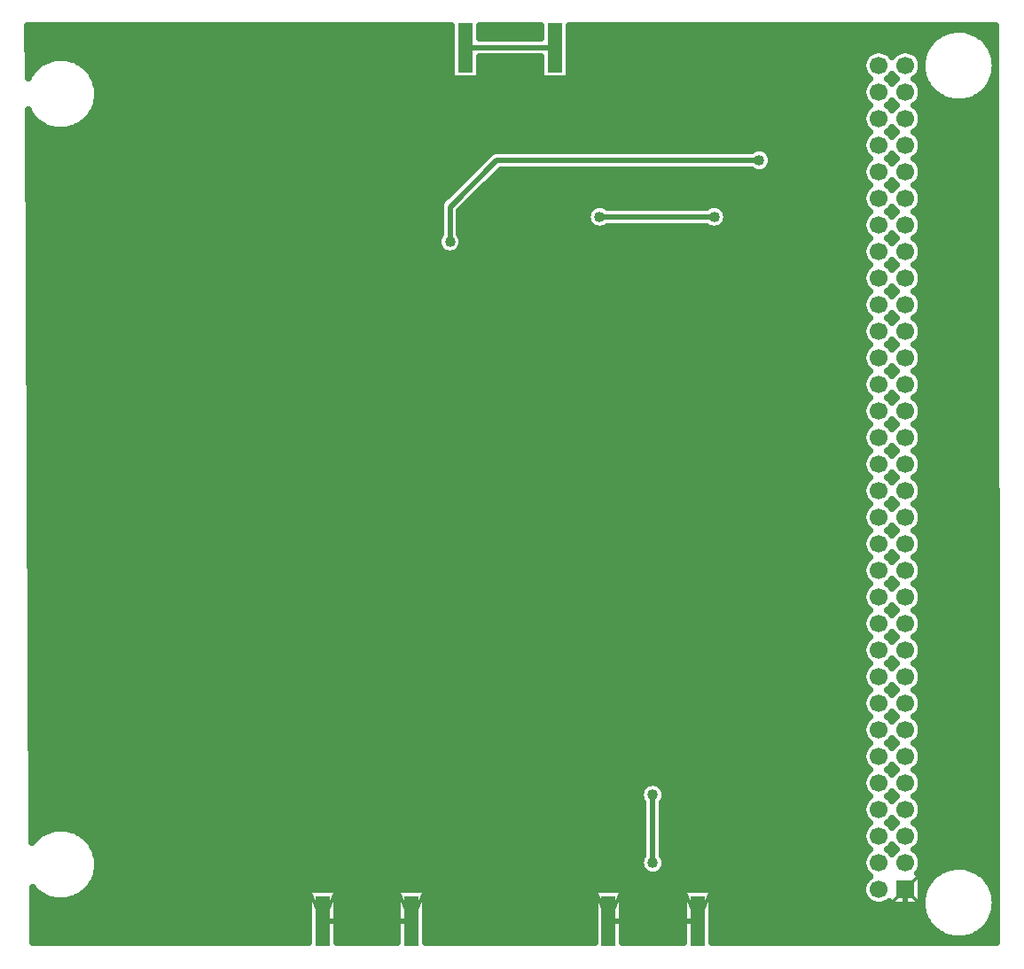
<source format=gbr>
G04 DipTrace 3.3.1.3*
G04 Bottom.gbr*
%MOIN*%
G04 #@! TF.FileFunction,Copper,L2,Bot*
G04 #@! TF.Part,Single*
G04 #@! TA.AperFunction,Conductor*
%ADD12C,0.02*%
G04 #@! TA.AperFunction,CopperBalancing*
%ADD13C,0.025*%
%ADD14C,0.013*%
%ADD17R,0.05315X0.185827*%
G04 #@! TA.AperFunction,ComponentPad*
%ADD19R,0.066929X0.066929*%
%ADD20C,0.066929*%
G04 #@! TA.AperFunction,ViaPad*
%ADD23C,0.04*%
%FSLAX26Y26*%
G04*
G70*
G90*
G75*
G01*
G04 Bottom*
%LPD*%
X3051464Y3176259D2*
D12*
X2620214D1*
X2654318Y526259D2*
X2988964D1*
X1579318D2*
X1913964D1*
X2607763Y2763759D2*
X2588964D1*
X2538964Y2813759D1*
Y3257508D1*
X2545213Y3251259D1*
X3770214Y645010D2*
Y588759D1*
X3695214Y513759D1*
X3445214D1*
X3326464Y632510D1*
Y2507508D1*
X3207713Y2626259D1*
X2738964D1*
X2607763Y2757460D1*
Y2763759D1*
X3220214Y3388759D2*
X2232714D1*
X2057714Y3213759D1*
Y3082510D1*
X2451464Y3813759D2*
X2121315D1*
X2116818D1*
X2820214Y745008D2*
Y1001259D1*
D23*
X3051464Y3176259D3*
X2620214D3*
X2654318Y526259D3*
X2988964D3*
X1579318D3*
X1913964D3*
X2607763Y2763759D3*
X2545213Y3251259D3*
X2607763Y2763759D3*
X3220214Y3388759D3*
X2057714Y3082510D3*
X2451464Y3813759D3*
X2121315D3*
X2820214Y745008D3*
Y1001259D3*
X472910Y3870140D2*
D13*
X2061241D1*
X2172385D2*
X2395896D1*
X2507041D2*
X3910388D1*
X4030039D2*
X4105275D1*
X473054Y3845271D2*
X2061241D1*
X2507041D2*
X3873427D1*
X4066999D2*
X4105312D1*
X473197Y3820402D2*
X2061241D1*
X2507041D2*
X3852579D1*
X4087847D2*
X4105382D1*
X473305Y3795533D2*
X2061241D1*
X2507041D2*
X3635407D1*
X3704999D2*
X3735417D1*
X3805008D2*
X3839696D1*
X473449Y3770665D2*
X553423D1*
X637008D2*
X2061241D1*
X2172385D2*
X2395896D1*
X2507041D2*
X3613519D1*
X473592Y3745796D2*
X506199D1*
X684233D2*
X2061241D1*
X2172385D2*
X2395896D1*
X2507041D2*
X3607741D1*
X473735Y3720927D2*
X482325D1*
X708132D2*
X2061241D1*
X2172385D2*
X2395896D1*
X2507041D2*
X3612801D1*
X722844Y3696058D2*
X2061241D1*
X2172385D2*
X2395896D1*
X2507041D2*
X3633075D1*
X3707331D2*
X3733085D1*
X3807340D2*
X3839086D1*
X731456Y3671190D2*
X3613770D1*
X3826646D2*
X3851539D1*
X4088888D2*
X4105634D1*
X735153Y3646321D2*
X3607777D1*
X3832675D2*
X3871776D1*
X4068650D2*
X4105670D1*
X734255Y3621452D2*
X3612586D1*
X3827867D2*
X3907087D1*
X4033339D2*
X4105742D1*
X728729Y3596583D2*
X3632357D1*
X3708086D2*
X3732367D1*
X3808095D2*
X4105777D1*
X717928Y3571714D2*
X3614020D1*
X3826396D2*
X4105813D1*
X474669Y3546846D2*
X490267D1*
X700165D2*
X3607777D1*
X3832640D2*
X4105850D1*
X474776Y3521977D2*
X519871D1*
X670561D2*
X3612334D1*
X3828082D2*
X4105920D1*
X474920Y3497108D2*
X3631640D1*
X3708802D2*
X3731649D1*
X3808776D2*
X4105957D1*
X475064Y3472239D2*
X3614272D1*
X3826144D2*
X4105993D1*
X475207Y3447371D2*
X3607813D1*
X3832640D2*
X4106028D1*
X475314Y3422502D2*
X2216296D1*
X3254725D2*
X3612119D1*
X3828297D2*
X4106100D1*
X475459Y3397633D2*
X2187481D1*
X3268360D2*
X3630959D1*
X3709485D2*
X3730968D1*
X3809459D2*
X4106137D1*
X475602Y3372764D2*
X2162613D1*
X3266386D2*
X3614558D1*
X3825857D2*
X4106172D1*
X475746Y3347896D2*
X2137745D1*
X2245983D2*
X3195540D1*
X3244892D2*
X3607813D1*
X3832603D2*
X4106208D1*
X475854Y3323027D2*
X2112877D1*
X2221116D2*
X3611939D1*
X3828512D2*
X4106280D1*
X475997Y3298158D2*
X2088010D1*
X2196249D2*
X3630276D1*
X3710130D2*
X3730285D1*
X3810140D2*
X4106315D1*
X476140Y3273289D2*
X2063142D1*
X2171381D2*
X3614846D1*
X3825606D2*
X4106352D1*
X476284Y3248420D2*
X2038275D1*
X2146477D2*
X3607848D1*
X3832567D2*
X4106388D1*
X476392Y3223552D2*
X2020045D1*
X2121609D2*
X3611724D1*
X3828692D2*
X4106460D1*
X476535Y3198683D2*
X2018717D1*
X2096742D2*
X2576968D1*
X3094717D2*
X3629630D1*
X3710776D2*
X3729640D1*
X3810785D2*
X4106495D1*
X476678Y3173814D2*
X2018717D1*
X2096705D2*
X2571262D1*
X3100386D2*
X3615133D1*
X3825319D2*
X4106531D1*
X476822Y3148945D2*
X2018717D1*
X2096705D2*
X2580090D1*
X3091595D2*
X3607885D1*
X3832567D2*
X4106567D1*
X476930Y3124077D2*
X2018717D1*
X2096705D2*
X3611508D1*
X3828907D2*
X4106638D1*
X477073Y3099208D2*
X2011827D1*
X2103595D2*
X3629020D1*
X3711422D2*
X3728994D1*
X3811432D2*
X4106675D1*
X477217Y3074339D2*
X2009423D1*
X2105999D2*
X3615420D1*
X3825032D2*
X4106710D1*
X477360Y3049470D2*
X2022485D1*
X2092938D2*
X3607920D1*
X3832495D2*
X4106746D1*
X477468Y3024602D2*
X3611330D1*
X3829087D2*
X4106818D1*
X477611Y2999733D2*
X3628410D1*
X3712032D2*
X3728384D1*
X3812041D2*
X4106854D1*
X477755Y2974864D2*
X3615707D1*
X3824709D2*
X4106890D1*
X477863Y2949995D2*
X3607956D1*
X3832460D2*
X4106926D1*
X478006Y2925127D2*
X3611150D1*
X3829302D2*
X4106998D1*
X478150Y2900258D2*
X3627800D1*
X3712642D2*
X3727809D1*
X3812616D2*
X4107033D1*
X478293Y2875389D2*
X3616031D1*
X3824422D2*
X4107069D1*
X478401Y2850520D2*
X3607993D1*
X3832424D2*
X4107106D1*
X478544Y2825651D2*
X3610970D1*
X3829481D2*
X4107141D1*
X478688Y2800783D2*
X3627226D1*
X3713217D2*
X3727235D1*
X3813190D2*
X4107213D1*
X478831Y2775914D2*
X3616317D1*
X3824099D2*
X4107249D1*
X478939Y2751045D2*
X3608064D1*
X3832388D2*
X4107285D1*
X479083Y2726176D2*
X3610791D1*
X3829661D2*
X4107321D1*
X479226Y2701308D2*
X3626651D1*
X3713791D2*
X3726661D1*
X3813764D2*
X4107393D1*
X479369Y2676439D2*
X3616640D1*
X3823776D2*
X4107428D1*
X479477Y2651570D2*
X3608100D1*
X3832317D2*
X4107464D1*
X479621Y2626701D2*
X3610612D1*
X3829805D2*
X4107501D1*
X479764Y2601833D2*
X3626113D1*
X3714329D2*
X3726087D1*
X3814338D2*
X4107571D1*
X479907Y2576964D2*
X3616964D1*
X3823453D2*
X4107608D1*
X480015Y2552095D2*
X3608171D1*
X3832245D2*
X4107644D1*
X480159Y2527226D2*
X3610432D1*
X3829983D2*
X4107679D1*
X480302Y2502357D2*
X3625575D1*
X3714867D2*
X3725549D1*
X3814877D2*
X4107751D1*
X480447Y2477489D2*
X3617322D1*
X3823130D2*
X4107787D1*
X480554Y2452620D2*
X3608243D1*
X3832209D2*
X4107823D1*
X480697Y2427751D2*
X3610289D1*
X3830128D2*
X4107859D1*
X480840Y2402882D2*
X3625037D1*
X3715406D2*
X3725046D1*
X3815378D2*
X4107931D1*
X480948Y2378014D2*
X3617645D1*
X3822771D2*
X4107966D1*
X481092Y2353145D2*
X3608315D1*
X3832137D2*
X4108002D1*
X481235Y2328276D2*
X3610145D1*
X3830306D2*
X4108039D1*
X481380Y2303407D2*
X3624535D1*
X3715907D2*
X3724553D1*
X3815917D2*
X4108109D1*
X481487Y2278539D2*
X3618003D1*
X3822413D2*
X4108146D1*
X481630Y2253670D2*
X3608386D1*
X3832065D2*
X4108182D1*
X481773Y2228801D2*
X3609965D1*
X3830451D2*
X4108217D1*
X481918Y2203932D2*
X3624032D1*
X3716410D2*
X3724061D1*
X3816384D2*
X4108289D1*
X482025Y2179064D2*
X3618363D1*
X3822053D2*
X4108325D1*
X482169Y2154195D2*
X3608459D1*
X3831957D2*
X4108361D1*
X482312Y2129326D2*
X3609822D1*
X3830594D2*
X4108397D1*
X482456Y2104457D2*
X3623529D1*
X3816886D2*
X4108469D1*
X482564Y2079588D2*
X3618721D1*
X3821695D2*
X4108504D1*
X482707Y2054720D2*
X3608531D1*
X3831885D2*
X4108541D1*
X482851Y2029851D2*
X3609714D1*
X3830737D2*
X4108577D1*
X482994Y2004982D2*
X3623064D1*
X3817352D2*
X4108649D1*
X483102Y1980113D2*
X3619116D1*
X3821335D2*
X4108684D1*
X483245Y1955245D2*
X3608638D1*
X3831814D2*
X4108720D1*
X483389Y1930376D2*
X3609571D1*
X3830881D2*
X4108756D1*
X483532Y1905507D2*
X3622596D1*
X3817819D2*
X4108827D1*
X483640Y1880638D2*
X3619476D1*
X3820941D2*
X4108864D1*
X483784Y1855770D2*
X3608709D1*
X3831707D2*
X4108899D1*
X483927Y1830901D2*
X3609427D1*
X3830989D2*
X4108935D1*
X484035Y1806032D2*
X3622130D1*
X3818285D2*
X4109007D1*
X484178Y1781163D2*
X3619869D1*
X3820546D2*
X4109043D1*
X484322Y1756294D2*
X3608817D1*
X3831599D2*
X4109079D1*
X484465Y1731426D2*
X3609319D1*
X3831132D2*
X4109115D1*
X484573Y1706557D2*
X3621700D1*
X3818716D2*
X4109187D1*
X484716Y1681688D2*
X3620264D1*
X3820151D2*
X4109222D1*
X484860Y1656819D2*
X3608926D1*
X3831491D2*
X4109258D1*
X485003Y1631951D2*
X3609176D1*
X3831239D2*
X4109294D1*
X485111Y1607082D2*
X3621270D1*
X3819146D2*
X4109365D1*
X485255Y1582213D2*
X3620695D1*
X3819756D2*
X4109402D1*
X485398Y1557344D2*
X3609033D1*
X3831384D2*
X4109438D1*
X485541Y1532476D2*
X3609069D1*
X3831347D2*
X4109473D1*
X485649Y1507607D2*
X3620839D1*
X3819578D2*
X4109545D1*
X485793Y1482738D2*
X3621090D1*
X3819326D2*
X4109582D1*
X485936Y1457869D2*
X3609141D1*
X3831276D2*
X4109617D1*
X486081Y1433001D2*
X3608961D1*
X3831455D2*
X4109653D1*
X486188Y1408132D2*
X3620444D1*
X3820008D2*
X4109725D1*
X486331Y1383263D2*
X3621520D1*
X3818896D2*
X4109760D1*
X486474Y1358394D2*
X3609249D1*
X3831169D2*
X4109797D1*
X486619Y1333525D2*
X3608854D1*
X3831562D2*
X4109833D1*
X486726Y1308657D2*
X3620014D1*
X3820402D2*
X4109905D1*
X486869Y1283788D2*
X3621987D1*
X3818465D2*
X4109940D1*
X487012Y1258919D2*
X3609392D1*
X3831061D2*
X4109976D1*
X487121Y1234050D2*
X3608746D1*
X3831670D2*
X4110012D1*
X487264Y1209182D2*
X3619619D1*
X3820797D2*
X4110083D1*
X487407Y1184313D2*
X3622418D1*
X3817998D2*
X4110120D1*
X487552Y1159444D2*
X3609499D1*
X3830917D2*
X4110155D1*
X487659Y1134575D2*
X3608674D1*
X3831777D2*
X4110191D1*
X487802Y1109707D2*
X3619260D1*
X3821192D2*
X4110263D1*
X487945Y1084838D2*
X3622884D1*
X3817532D2*
X4110298D1*
X488090Y1059969D2*
X3609642D1*
X3830773D2*
X4110335D1*
X488197Y1035100D2*
X2785814D1*
X2854616D2*
X3608566D1*
X3831850D2*
X4110371D1*
X488340Y1010231D2*
X2772070D1*
X2868323D2*
X3618865D1*
X3821550D2*
X4110406D1*
X488485Y985363D2*
X2774007D1*
X2866422D2*
X3623351D1*
X3817065D2*
X4110478D1*
X488628Y960494D2*
X2781221D1*
X2859209D2*
X3609787D1*
X3830629D2*
X4110514D1*
X488735Y935625D2*
X2781221D1*
X2859209D2*
X3608494D1*
X3831957D2*
X4110550D1*
X488878Y910756D2*
X2781221D1*
X2859209D2*
X3618506D1*
X3821945D2*
X4110586D1*
X489023Y885888D2*
X2781221D1*
X2859209D2*
X3623854D1*
X3816599D2*
X4110658D1*
X489166Y861019D2*
X529524D1*
X660907D2*
X2781221D1*
X2859209D2*
X3609930D1*
X3830486D2*
X4110693D1*
X694962Y836150D2*
X2781221D1*
X2859209D2*
X3608423D1*
X3832029D2*
X4110730D1*
X714699Y811281D2*
X2781221D1*
X2859209D2*
X3618148D1*
X3822305D2*
X4110766D1*
X726827Y786413D2*
X2781221D1*
X2859209D2*
X3624355D1*
X3716087D2*
X3724318D1*
X3816096D2*
X4110838D1*
X733430Y761544D2*
X2774259D1*
X2866170D2*
X3610074D1*
X3830343D2*
X4110873D1*
X735331Y736675D2*
X2771962D1*
X2868466D2*
X3608315D1*
X3832102D2*
X4110909D1*
X732676Y711806D2*
X2785167D1*
X2855262D2*
X3617788D1*
X3822663D2*
X3894922D1*
X4045504D2*
X4110945D1*
X725212Y686938D2*
X3624857D1*
X3832675D2*
X3865281D1*
X4075145D2*
X4111016D1*
X712007Y662069D2*
X3610217D1*
X3832675D2*
X3847519D1*
X4092907D2*
X4111053D1*
X490350Y637200D2*
X499812D1*
X690620D2*
X1523731D1*
X1634876D2*
X1858386D1*
X1969532D2*
X2598750D1*
X2709894D2*
X2933405D1*
X3044550D2*
X3608243D1*
X490494Y612331D2*
X538315D1*
X652116D2*
X1523731D1*
X1634876D2*
X1858386D1*
X1969532D2*
X2598750D1*
X2709894D2*
X2933405D1*
X3044550D2*
X3617430D1*
X490637Y587462D2*
X1523731D1*
X1634876D2*
X1858386D1*
X1969532D2*
X2598750D1*
X2709894D2*
X2933405D1*
X3044550D2*
X3650873D1*
X3689569D2*
X3707750D1*
X490745Y562594D2*
X1523731D1*
X1634876D2*
X1858386D1*
X1969532D2*
X2598750D1*
X2709894D2*
X2933405D1*
X3044550D2*
X3833955D1*
X490889Y537725D2*
X1523731D1*
X1634876D2*
X1858386D1*
X1969532D2*
X2598750D1*
X2709894D2*
X2933405D1*
X3044550D2*
X3842567D1*
X4097859D2*
X4111268D1*
X491032Y512856D2*
X1523731D1*
X1634876D2*
X1858386D1*
X1969532D2*
X2598750D1*
X2709894D2*
X2933405D1*
X3044550D2*
X3857280D1*
X4083146D2*
X4111304D1*
X491175Y487987D2*
X1523731D1*
X1634876D2*
X1858386D1*
X1969532D2*
X2598750D1*
X2709894D2*
X2933405D1*
X3044550D2*
X3881179D1*
X4059247D2*
X4111376D1*
X491283Y463119D2*
X1523731D1*
X1634876D2*
X1858386D1*
X1969532D2*
X2598750D1*
X2709894D2*
X2933405D1*
X3044550D2*
X3928367D1*
X4012060D2*
X4111411D1*
X732539Y3629579D2*
X731621Y3620441D1*
X730096Y3611384D1*
X727969Y3602448D1*
X725252Y3593675D1*
X721956Y3585103D1*
X718095Y3576768D1*
X713687Y3568710D1*
X708751Y3560965D1*
X703309Y3553566D1*
X697386Y3546546D1*
X691008Y3539938D1*
X684204Y3533768D1*
X677003Y3528066D1*
X669439Y3522857D1*
X661544Y3518166D1*
X653352Y3514010D1*
X644902Y3510410D1*
X636231Y3507382D1*
X627378Y3504939D1*
X618381Y3503091D1*
X609281Y3501848D1*
X600117Y3501216D1*
X590934Y3501195D1*
X581768Y3501787D1*
X572662Y3502989D1*
X563657Y3504794D1*
X554792Y3507197D1*
X546107Y3510187D1*
X537641Y3513749D1*
X529432Y3517867D1*
X521515Y3522523D1*
X513927Y3527697D1*
X506700Y3533367D1*
X499868Y3539504D1*
X493461Y3546085D1*
X487506Y3553078D1*
X482031Y3560452D1*
X477061Y3568176D1*
X471991Y3577545D1*
X486852Y823627D1*
X492627Y830508D1*
X498974Y837146D1*
X505750Y843347D1*
X512926Y849081D1*
X520466Y854323D1*
X528340Y859052D1*
X536512Y863243D1*
X544945Y866882D1*
X553603Y869949D1*
X562445Y872432D1*
X571435Y874321D1*
X580529Y875604D1*
X589688Y876279D1*
X598873Y876342D1*
X608041Y875792D1*
X617153Y874630D1*
X626166Y872865D1*
X635041Y870502D1*
X643739Y867552D1*
X652221Y864029D1*
X660449Y859948D1*
X668386Y855327D1*
X675999Y850187D1*
X683251Y844552D1*
X690111Y838444D1*
X696548Y831893D1*
X702535Y824927D1*
X708043Y817577D1*
X713048Y809876D1*
X717528Y801859D1*
X721465Y793561D1*
X724839Y785018D1*
X727636Y776270D1*
X729843Y767354D1*
X731449Y758310D1*
X732451Y749180D1*
X732846Y738759D1*
X732539Y729579D1*
X731621Y720441D1*
X730096Y711384D1*
X727969Y702448D1*
X725252Y693675D1*
X721956Y685103D1*
X718095Y676768D1*
X713687Y668710D1*
X708751Y660965D1*
X703309Y653566D1*
X697386Y646546D1*
X691008Y639938D1*
X684204Y633768D1*
X677003Y628066D1*
X669439Y622857D1*
X661544Y618166D1*
X653352Y614010D1*
X644902Y610410D1*
X636231Y607382D1*
X627378Y604939D1*
X618381Y603091D1*
X609281Y601848D1*
X600117Y601216D1*
X590934Y601195D1*
X581768Y601787D1*
X572662Y602989D1*
X563657Y604794D1*
X554792Y607197D1*
X546107Y610187D1*
X537641Y613749D1*
X529432Y617867D1*
X521515Y622523D1*
X513927Y627697D1*
X506700Y633367D1*
X499868Y639504D1*
X493461Y646085D1*
X487762Y652777D1*
X488896Y444982D1*
X1526254Y445010D1*
X1526243Y645672D1*
X1632393D1*
Y445015D1*
X1860910Y445010D1*
X1860889Y645672D1*
X1967039D1*
Y445015D1*
X2601272Y445010D1*
X2601243Y645672D1*
X2707393D1*
Y445015D1*
X2935857Y445010D1*
X2935889Y645672D1*
X3042039D1*
Y445015D1*
X4113935Y445010D1*
X4107735Y3894982D1*
X2504528Y3895008D1*
X2504539Y3694346D1*
X2398389D1*
Y3777273D1*
X2169881Y3777259D1*
X2169893Y3694346D1*
X2063743D1*
Y3894974D1*
X470252Y3895008D1*
X471339Y3698768D1*
X476427Y3708271D1*
X481327Y3716039D1*
X486735Y3723462D1*
X492627Y3730508D1*
X498974Y3737146D1*
X505750Y3743347D1*
X512926Y3749081D1*
X520466Y3754323D1*
X528340Y3759052D1*
X536512Y3763243D1*
X544945Y3766882D1*
X553603Y3769949D1*
X562445Y3772432D1*
X571435Y3774321D1*
X580529Y3775604D1*
X589688Y3776279D1*
X598873Y3776342D1*
X608041Y3775792D1*
X617153Y3774630D1*
X626166Y3772865D1*
X635041Y3770502D1*
X643739Y3767552D1*
X652221Y3764029D1*
X660449Y3759948D1*
X668386Y3755327D1*
X675999Y3750187D1*
X683251Y3744552D1*
X690111Y3738444D1*
X696548Y3731893D1*
X702535Y3724927D1*
X708043Y3717577D1*
X713048Y3709876D1*
X717528Y3701859D1*
X721465Y3693561D1*
X724839Y3685018D1*
X727636Y3676270D1*
X729843Y3667354D1*
X731449Y3658310D1*
X732451Y3649180D1*
X732846Y3638759D1*
X732539Y3629579D1*
X4107539Y585829D2*
X4106621Y576691D1*
X4105096Y567633D1*
X4102969Y558697D1*
X4100252Y549924D1*
X4096956Y541352D1*
X4093095Y533018D1*
X4088687Y524960D1*
X4083751Y517214D1*
X4078309Y509815D1*
X4072386Y502796D1*
X4066008Y496187D1*
X4059204Y490018D1*
X4052003Y484315D1*
X4044439Y479107D1*
X4036544Y474415D1*
X4028352Y470259D1*
X4019902Y466659D1*
X4011231Y463632D1*
X4002378Y461188D1*
X3993381Y459340D1*
X3984281Y458098D1*
X3975117Y457465D1*
X3965934Y457444D1*
X3956768Y458036D1*
X3947662Y459238D1*
X3938657Y461044D1*
X3929792Y463447D1*
X3921107Y466436D1*
X3912641Y469998D1*
X3904432Y474116D1*
X3896515Y478772D1*
X3888927Y483947D1*
X3881700Y489616D1*
X3874868Y495754D1*
X3868461Y502334D1*
X3862506Y509327D1*
X3857031Y516701D1*
X3852061Y524426D1*
X3847616Y532462D1*
X3843717Y540779D1*
X3840382Y549336D1*
X3837625Y558098D1*
X3835459Y567023D1*
X3833892Y576073D1*
X3832932Y585208D1*
X3832585Y594385D1*
X3832850Y603566D1*
X3833726Y612709D1*
X3835210Y621773D1*
X3837296Y630718D1*
X3839974Y639503D1*
X3843231Y648091D1*
X3847054Y656441D1*
X3851427Y664520D1*
X3856327Y672288D1*
X3861735Y679712D1*
X3867627Y686758D1*
X3873974Y693396D1*
X3880750Y699596D1*
X3887926Y705330D1*
X3895466Y710573D1*
X3903340Y715301D1*
X3911512Y719493D1*
X3919945Y723132D1*
X3928603Y726199D1*
X3937445Y728682D1*
X3946435Y730570D1*
X3955529Y731854D1*
X3964688Y732528D1*
X3973873Y732591D1*
X3983041Y732041D1*
X3992153Y730880D1*
X4001166Y729115D1*
X4010041Y726751D1*
X4018739Y723801D1*
X4027221Y720279D1*
X4035449Y716197D1*
X4043386Y711577D1*
X4050999Y706436D1*
X4058251Y700801D1*
X4065111Y694693D1*
X4071548Y688142D1*
X4077535Y681176D1*
X4083043Y673826D1*
X4088048Y666125D1*
X4092528Y658108D1*
X4096465Y649810D1*
X4099839Y641267D1*
X4102636Y632519D1*
X4104843Y623603D1*
X4106449Y614560D1*
X4107451Y605430D1*
X4107846Y595008D1*
X4107539Y585829D1*
Y3735830D2*
X4106621Y3726692D1*
X4105096Y3717634D1*
X4102969Y3708699D1*
X4100252Y3699926D1*
X4096956Y3691354D1*
X4093095Y3683019D1*
X4088687Y3674961D1*
X4083751Y3667216D1*
X4078309Y3659817D1*
X4072386Y3652797D1*
X4066008Y3646188D1*
X4059204Y3640019D1*
X4052003Y3634317D1*
X4044439Y3629108D1*
X4036544Y3624417D1*
X4028352Y3620260D1*
X4019902Y3616661D1*
X4011231Y3613633D1*
X4002378Y3611190D1*
X3993381Y3609342D1*
X3984281Y3608099D1*
X3975117Y3607466D1*
X3965934Y3607445D1*
X3956768Y3608037D1*
X3947662Y3609239D1*
X3938657Y3611045D1*
X3929792Y3613448D1*
X3921107Y3616438D1*
X3912641Y3619999D1*
X3904432Y3624117D1*
X3896515Y3628773D1*
X3888927Y3633948D1*
X3881700Y3639617D1*
X3874868Y3645755D1*
X3868461Y3652335D1*
X3862506Y3659329D1*
X3857031Y3666703D1*
X3852061Y3674427D1*
X3847616Y3682464D1*
X3843717Y3690780D1*
X3840382Y3699338D1*
X3837625Y3708099D1*
X3835459Y3717024D1*
X3833892Y3726074D1*
X3832932Y3735209D1*
X3832585Y3744386D1*
X3832850Y3753567D1*
X3833726Y3762710D1*
X3835210Y3771775D1*
X3837296Y3780720D1*
X3839974Y3789504D1*
X3843231Y3798092D1*
X3847054Y3806443D1*
X3851427Y3814522D1*
X3856327Y3822289D1*
X3861735Y3829713D1*
X3867627Y3836759D1*
X3873974Y3843397D1*
X3880750Y3849598D1*
X3887926Y3855331D1*
X3895466Y3860574D1*
X3903340Y3865302D1*
X3911512Y3869494D1*
X3919945Y3873133D1*
X3928603Y3876200D1*
X3937445Y3878683D1*
X3946435Y3880571D1*
X3955529Y3881855D1*
X3964688Y3882529D1*
X3973873Y3882592D1*
X3983041Y3882043D1*
X3992153Y3880881D1*
X4001166Y3879116D1*
X4010041Y3876752D1*
X4018739Y3873802D1*
X4027221Y3870280D1*
X4035449Y3866199D1*
X4043386Y3861578D1*
X4050999Y3856438D1*
X4058251Y3850802D1*
X4065111Y3844695D1*
X4071548Y3838144D1*
X4077535Y3831178D1*
X4083043Y3823827D1*
X4088048Y3816127D1*
X4092528Y3808109D1*
X4096465Y3799812D1*
X4099839Y3791268D1*
X4102636Y3782520D1*
X4104843Y3773604D1*
X4106449Y3764561D1*
X4107451Y3755431D1*
X4107846Y3745010D1*
X4107539Y3735830D1*
X2398389Y3850263D2*
Y3894974D1*
X2169872Y3895008D1*
X2169893Y3850245D1*
X2398377Y3850259D1*
X3814852Y704974D2*
X3830179D1*
Y585045D1*
X3710250D1*
Y600368D1*
X3705461Y596498D1*
X3697438Y591581D1*
X3688745Y587980D1*
X3679595Y585784D1*
X3670214Y585045D1*
X3660834Y585784D1*
X3651684Y587980D1*
X3642991Y591581D1*
X3634968Y596498D1*
X3627813Y602608D1*
X3621703Y609763D1*
X3616785Y617787D1*
X3613184Y626480D1*
X3610989Y635629D1*
X3610250Y645010D1*
X3610989Y654390D1*
X3613184Y663540D1*
X3616785Y672233D1*
X3621703Y680256D1*
X3627813Y687411D1*
X3634968Y693522D1*
X3637155Y694983D1*
X3631271Y699413D1*
X3624617Y706066D1*
X3619086Y713678D1*
X3614814Y722062D1*
X3611907Y731011D1*
X3610435Y740305D1*
Y749714D1*
X3611907Y759008D1*
X3614814Y767957D1*
X3619086Y776342D1*
X3624617Y783953D1*
X3631271Y790607D1*
X3637155Y794983D1*
X3631271Y799413D1*
X3624617Y806066D1*
X3619086Y813678D1*
X3614814Y822062D1*
X3611907Y831011D1*
X3610435Y840305D1*
Y849714D1*
X3611907Y859008D1*
X3614814Y867957D1*
X3619086Y876342D1*
X3624617Y883953D1*
X3631271Y890607D1*
X3637155Y894983D1*
X3631271Y899413D1*
X3624617Y906066D1*
X3619086Y913678D1*
X3614814Y922062D1*
X3611907Y931011D1*
X3610435Y940305D1*
Y949714D1*
X3611907Y959008D1*
X3614814Y967957D1*
X3619086Y976342D1*
X3624617Y983953D1*
X3631271Y990607D1*
X3637155Y994983D1*
X3631271Y999413D1*
X3624617Y1006066D1*
X3619086Y1013678D1*
X3614814Y1022062D1*
X3611907Y1031011D1*
X3610435Y1040305D1*
Y1049714D1*
X3611907Y1059008D1*
X3614814Y1067957D1*
X3619086Y1076342D1*
X3624617Y1083953D1*
X3631271Y1090607D1*
X3637155Y1094983D1*
X3631271Y1099413D1*
X3624617Y1106066D1*
X3619086Y1113678D1*
X3614814Y1122062D1*
X3611907Y1131011D1*
X3610435Y1140305D1*
Y1149714D1*
X3611907Y1159008D1*
X3614814Y1167957D1*
X3619086Y1176342D1*
X3624617Y1183953D1*
X3631271Y1190607D1*
X3637155Y1194983D1*
X3631271Y1199413D1*
X3624617Y1206066D1*
X3619086Y1213678D1*
X3614814Y1222062D1*
X3611907Y1231011D1*
X3610435Y1240305D1*
Y1249714D1*
X3611907Y1259008D1*
X3614814Y1267957D1*
X3619086Y1276342D1*
X3624617Y1283953D1*
X3631271Y1290607D1*
X3637155Y1294983D1*
X3631271Y1299413D1*
X3624617Y1306066D1*
X3619086Y1313678D1*
X3614814Y1322062D1*
X3611907Y1331011D1*
X3610435Y1340305D1*
Y1349714D1*
X3611907Y1359008D1*
X3614814Y1367957D1*
X3619086Y1376342D1*
X3624617Y1383953D1*
X3631271Y1390607D1*
X3637155Y1394983D1*
X3631271Y1399413D1*
X3624617Y1406066D1*
X3619086Y1413678D1*
X3614814Y1422062D1*
X3611907Y1431011D1*
X3610435Y1440305D1*
Y1449714D1*
X3611907Y1459008D1*
X3614814Y1467957D1*
X3619086Y1476342D1*
X3624617Y1483953D1*
X3631271Y1490607D1*
X3637155Y1494983D1*
X3631271Y1499413D1*
X3624617Y1506066D1*
X3619086Y1513678D1*
X3614814Y1522062D1*
X3611907Y1531011D1*
X3610435Y1540305D1*
Y1549714D1*
X3611907Y1559008D1*
X3614814Y1567957D1*
X3619086Y1576342D1*
X3624617Y1583953D1*
X3631271Y1590607D1*
X3637155Y1594983D1*
X3631271Y1599413D1*
X3624617Y1606066D1*
X3619086Y1613678D1*
X3614814Y1622062D1*
X3611907Y1631011D1*
X3610435Y1640305D1*
Y1649714D1*
X3611907Y1659008D1*
X3614814Y1667957D1*
X3619086Y1676342D1*
X3624617Y1683953D1*
X3631271Y1690607D1*
X3637155Y1694983D1*
X3631271Y1699413D1*
X3624617Y1706066D1*
X3619086Y1713678D1*
X3614814Y1722062D1*
X3611907Y1731011D1*
X3610435Y1740305D1*
Y1749714D1*
X3611907Y1759008D1*
X3614814Y1767957D1*
X3619086Y1776342D1*
X3624617Y1783953D1*
X3631271Y1790607D1*
X3637155Y1794983D1*
X3631271Y1799413D1*
X3624617Y1806066D1*
X3619086Y1813678D1*
X3614814Y1822062D1*
X3611907Y1831011D1*
X3610435Y1840305D1*
Y1849714D1*
X3611907Y1859008D1*
X3614814Y1867957D1*
X3619086Y1876342D1*
X3624617Y1883953D1*
X3631271Y1890607D1*
X3637155Y1894983D1*
X3631271Y1899413D1*
X3624617Y1906066D1*
X3619086Y1913678D1*
X3614814Y1922062D1*
X3611907Y1931011D1*
X3610435Y1940305D1*
Y1949714D1*
X3611907Y1959008D1*
X3614814Y1967957D1*
X3619086Y1976342D1*
X3624617Y1983953D1*
X3631271Y1990607D1*
X3637155Y1994983D1*
X3631271Y1999413D1*
X3624617Y2006066D1*
X3619086Y2013678D1*
X3614814Y2022062D1*
X3611907Y2031011D1*
X3610435Y2040305D1*
Y2049714D1*
X3611907Y2059008D1*
X3614814Y2067957D1*
X3619086Y2076342D1*
X3624617Y2083953D1*
X3631271Y2090607D1*
X3637155Y2094983D1*
X3631271Y2099413D1*
X3624617Y2106066D1*
X3619086Y2113678D1*
X3614814Y2122062D1*
X3611907Y2131011D1*
X3610435Y2140305D1*
Y2149714D1*
X3611907Y2159008D1*
X3614814Y2167957D1*
X3619086Y2176342D1*
X3624617Y2183953D1*
X3631271Y2190607D1*
X3637155Y2194983D1*
X3631271Y2199413D1*
X3624617Y2206066D1*
X3619086Y2213678D1*
X3614814Y2222062D1*
X3611907Y2231011D1*
X3610435Y2240305D1*
Y2249714D1*
X3611907Y2259008D1*
X3614814Y2267957D1*
X3619086Y2276342D1*
X3624617Y2283953D1*
X3631271Y2290607D1*
X3637155Y2294983D1*
X3631271Y2299413D1*
X3624617Y2306066D1*
X3619086Y2313678D1*
X3614814Y2322062D1*
X3611907Y2331011D1*
X3610435Y2340305D1*
Y2349714D1*
X3611907Y2359008D1*
X3614814Y2367957D1*
X3619086Y2376342D1*
X3624617Y2383953D1*
X3631271Y2390607D1*
X3637155Y2394983D1*
X3631271Y2399413D1*
X3624617Y2406066D1*
X3619086Y2413678D1*
X3614814Y2422062D1*
X3611907Y2431011D1*
X3610435Y2440305D1*
Y2449714D1*
X3611907Y2459008D1*
X3614814Y2467957D1*
X3619086Y2476342D1*
X3624617Y2483953D1*
X3631271Y2490607D1*
X3637155Y2494983D1*
X3631271Y2499413D1*
X3624617Y2506066D1*
X3619086Y2513678D1*
X3614814Y2522062D1*
X3611907Y2531011D1*
X3610435Y2540305D1*
Y2549714D1*
X3611907Y2559008D1*
X3614814Y2567957D1*
X3619086Y2576342D1*
X3624617Y2583953D1*
X3631271Y2590607D1*
X3637155Y2594983D1*
X3631271Y2599413D1*
X3624617Y2606066D1*
X3619086Y2613678D1*
X3614814Y2622062D1*
X3611907Y2631011D1*
X3610435Y2640305D1*
Y2649714D1*
X3611907Y2659008D1*
X3614814Y2667957D1*
X3619086Y2676342D1*
X3624617Y2683953D1*
X3631271Y2690607D1*
X3637155Y2694983D1*
X3631271Y2699413D1*
X3624617Y2706066D1*
X3619086Y2713678D1*
X3614814Y2722062D1*
X3611907Y2731011D1*
X3610435Y2740305D1*
Y2749714D1*
X3611907Y2759008D1*
X3614814Y2767957D1*
X3619086Y2776342D1*
X3624617Y2783953D1*
X3631271Y2790607D1*
X3637155Y2794983D1*
X3631271Y2799413D1*
X3624617Y2806066D1*
X3619086Y2813678D1*
X3614814Y2822062D1*
X3611907Y2831011D1*
X3610435Y2840305D1*
Y2849714D1*
X3611907Y2859008D1*
X3614814Y2867957D1*
X3619086Y2876342D1*
X3624617Y2883953D1*
X3631271Y2890607D1*
X3637155Y2894983D1*
X3631271Y2899413D1*
X3624617Y2906066D1*
X3619086Y2913678D1*
X3614814Y2922062D1*
X3611907Y2931011D1*
X3610435Y2940305D1*
Y2949714D1*
X3611907Y2959008D1*
X3614814Y2967957D1*
X3619086Y2976342D1*
X3624617Y2983953D1*
X3631271Y2990607D1*
X3637155Y2994983D1*
X3631271Y2999413D1*
X3624617Y3006066D1*
X3619086Y3013678D1*
X3614814Y3022062D1*
X3611907Y3031011D1*
X3610435Y3040305D1*
Y3049714D1*
X3611907Y3059008D1*
X3614814Y3067957D1*
X3619086Y3076342D1*
X3624617Y3083953D1*
X3631271Y3090607D1*
X3637155Y3094983D1*
X3631271Y3099413D1*
X3624617Y3106066D1*
X3619086Y3113678D1*
X3614814Y3122062D1*
X3611907Y3131011D1*
X3610435Y3140305D1*
Y3149714D1*
X3611907Y3159008D1*
X3614814Y3167957D1*
X3619086Y3176342D1*
X3624617Y3183953D1*
X3631271Y3190607D1*
X3637155Y3194983D1*
X3631271Y3199413D1*
X3624617Y3206066D1*
X3619086Y3213678D1*
X3614814Y3222062D1*
X3611907Y3231011D1*
X3610435Y3240305D1*
Y3249714D1*
X3611907Y3259008D1*
X3614814Y3267957D1*
X3619086Y3276342D1*
X3624617Y3283953D1*
X3631271Y3290607D1*
X3637155Y3294983D1*
X3631271Y3299413D1*
X3624617Y3306066D1*
X3619086Y3313678D1*
X3614814Y3322062D1*
X3611907Y3331011D1*
X3610435Y3340305D1*
Y3349714D1*
X3611907Y3359008D1*
X3614814Y3367957D1*
X3619086Y3376342D1*
X3624617Y3383953D1*
X3631271Y3390607D1*
X3637155Y3394983D1*
X3631271Y3399413D1*
X3624617Y3406066D1*
X3619086Y3413678D1*
X3614814Y3422062D1*
X3611907Y3431011D1*
X3610435Y3440305D1*
Y3449714D1*
X3611907Y3459008D1*
X3614814Y3467957D1*
X3619086Y3476342D1*
X3624617Y3483953D1*
X3631271Y3490607D1*
X3637155Y3494983D1*
X3631271Y3499413D1*
X3624617Y3506066D1*
X3619086Y3513678D1*
X3614814Y3522062D1*
X3611907Y3531011D1*
X3610435Y3540305D1*
Y3549714D1*
X3611907Y3559008D1*
X3614814Y3567957D1*
X3619086Y3576342D1*
X3624617Y3583953D1*
X3631271Y3590607D1*
X3637155Y3594983D1*
X3631271Y3599413D1*
X3624617Y3606066D1*
X3619086Y3613678D1*
X3614814Y3622062D1*
X3611907Y3631011D1*
X3610435Y3640305D1*
Y3649714D1*
X3611907Y3659008D1*
X3614814Y3667957D1*
X3619086Y3676342D1*
X3624617Y3683953D1*
X3631271Y3690607D1*
X3637155Y3694983D1*
X3631271Y3699413D1*
X3624617Y3706066D1*
X3619086Y3713678D1*
X3614814Y3722062D1*
X3611907Y3731011D1*
X3610435Y3740305D1*
Y3749714D1*
X3611907Y3759008D1*
X3614814Y3767957D1*
X3619086Y3776342D1*
X3624617Y3783953D1*
X3631271Y3790607D1*
X3638882Y3796138D1*
X3647267Y3800410D1*
X3656216Y3803317D1*
X3665510Y3804789D1*
X3674919D1*
X3684213Y3803317D1*
X3693162Y3800410D1*
X3701546Y3796138D1*
X3709158Y3790607D1*
X3715812Y3783953D1*
X3720188Y3778069D1*
X3724617Y3783953D1*
X3731271Y3790607D1*
X3738882Y3796138D1*
X3747267Y3800410D1*
X3756216Y3803317D1*
X3765510Y3804789D1*
X3774919D1*
X3784213Y3803317D1*
X3793162Y3800410D1*
X3801546Y3796138D1*
X3809158Y3790607D1*
X3815812Y3783953D1*
X3821343Y3776342D1*
X3825615Y3767957D1*
X3828522Y3759008D1*
X3829994Y3749714D1*
Y3740305D1*
X3828522Y3731011D1*
X3825615Y3722062D1*
X3821343Y3713678D1*
X3815812Y3706066D1*
X3809158Y3699413D1*
X3803273Y3695036D1*
X3809158Y3690607D1*
X3815812Y3683953D1*
X3821343Y3676342D1*
X3825615Y3667957D1*
X3828522Y3659008D1*
X3829994Y3649714D1*
Y3640305D1*
X3828522Y3631011D1*
X3825615Y3622062D1*
X3821343Y3613678D1*
X3815812Y3606066D1*
X3809158Y3599413D1*
X3803273Y3595036D1*
X3809158Y3590607D1*
X3815812Y3583953D1*
X3821343Y3576342D1*
X3825615Y3567957D1*
X3828522Y3559008D1*
X3829994Y3549714D1*
Y3540305D1*
X3828522Y3531011D1*
X3825615Y3522062D1*
X3821343Y3513678D1*
X3815812Y3506066D1*
X3809158Y3499413D1*
X3803273Y3495036D1*
X3809158Y3490607D1*
X3815812Y3483953D1*
X3821343Y3476342D1*
X3825615Y3467957D1*
X3828522Y3459008D1*
X3829994Y3449714D1*
Y3440305D1*
X3828522Y3431011D1*
X3825615Y3422062D1*
X3821343Y3413678D1*
X3815812Y3406066D1*
X3809158Y3399413D1*
X3803273Y3395036D1*
X3809158Y3390607D1*
X3815812Y3383953D1*
X3821343Y3376342D1*
X3825615Y3367957D1*
X3828522Y3359008D1*
X3829994Y3349714D1*
Y3340305D1*
X3828522Y3331011D1*
X3825615Y3322062D1*
X3821343Y3313678D1*
X3815812Y3306066D1*
X3809158Y3299413D1*
X3803273Y3295036D1*
X3809158Y3290607D1*
X3815812Y3283953D1*
X3821343Y3276342D1*
X3825615Y3267957D1*
X3828522Y3259008D1*
X3829994Y3249714D1*
Y3240305D1*
X3828522Y3231011D1*
X3825615Y3222062D1*
X3821343Y3213678D1*
X3815812Y3206066D1*
X3809158Y3199413D1*
X3803273Y3195036D1*
X3809158Y3190607D1*
X3815812Y3183953D1*
X3821343Y3176342D1*
X3825615Y3167957D1*
X3828522Y3159008D1*
X3829994Y3149714D1*
Y3140305D1*
X3828522Y3131011D1*
X3825615Y3122062D1*
X3821343Y3113678D1*
X3815812Y3106066D1*
X3809158Y3099413D1*
X3803273Y3095036D1*
X3809158Y3090607D1*
X3815812Y3083953D1*
X3821343Y3076342D1*
X3825615Y3067957D1*
X3828522Y3059008D1*
X3829994Y3049714D1*
Y3040305D1*
X3828522Y3031011D1*
X3825615Y3022062D1*
X3821343Y3013678D1*
X3815812Y3006066D1*
X3809158Y2999413D1*
X3803273Y2995036D1*
X3809158Y2990607D1*
X3815812Y2983953D1*
X3821343Y2976342D1*
X3825615Y2967957D1*
X3828522Y2959008D1*
X3829994Y2949714D1*
Y2940305D1*
X3828522Y2931011D1*
X3825615Y2922062D1*
X3821343Y2913678D1*
X3815812Y2906066D1*
X3809158Y2899413D1*
X3803273Y2895036D1*
X3809158Y2890607D1*
X3815812Y2883953D1*
X3821343Y2876342D1*
X3825615Y2867957D1*
X3828522Y2859008D1*
X3829994Y2849714D1*
Y2840305D1*
X3828522Y2831011D1*
X3825615Y2822062D1*
X3821343Y2813678D1*
X3815812Y2806066D1*
X3809158Y2799413D1*
X3803273Y2795036D1*
X3809158Y2790607D1*
X3815812Y2783953D1*
X3821343Y2776342D1*
X3825615Y2767957D1*
X3828522Y2759008D1*
X3829994Y2749714D1*
Y2740305D1*
X3828522Y2731011D1*
X3825615Y2722062D1*
X3821343Y2713678D1*
X3815812Y2706066D1*
X3809158Y2699413D1*
X3803273Y2695036D1*
X3809158Y2690607D1*
X3815812Y2683953D1*
X3821343Y2676342D1*
X3825615Y2667957D1*
X3828522Y2659008D1*
X3829994Y2649714D1*
Y2640305D1*
X3828522Y2631011D1*
X3825615Y2622062D1*
X3821343Y2613678D1*
X3815812Y2606066D1*
X3809158Y2599413D1*
X3803273Y2595036D1*
X3809158Y2590607D1*
X3815812Y2583953D1*
X3821343Y2576342D1*
X3825615Y2567957D1*
X3828522Y2559008D1*
X3829994Y2549714D1*
Y2540305D1*
X3828522Y2531011D1*
X3825615Y2522062D1*
X3821343Y2513678D1*
X3815812Y2506066D1*
X3809158Y2499413D1*
X3803273Y2495036D1*
X3809158Y2490607D1*
X3815812Y2483953D1*
X3821343Y2476342D1*
X3825615Y2467957D1*
X3828522Y2459008D1*
X3829994Y2449714D1*
Y2440305D1*
X3828522Y2431011D1*
X3825615Y2422062D1*
X3821343Y2413678D1*
X3815812Y2406066D1*
X3809158Y2399413D1*
X3803273Y2395036D1*
X3809158Y2390607D1*
X3815812Y2383953D1*
X3821343Y2376342D1*
X3825615Y2367957D1*
X3828522Y2359008D1*
X3829994Y2349714D1*
Y2340305D1*
X3828522Y2331011D1*
X3825615Y2322062D1*
X3821343Y2313678D1*
X3815812Y2306066D1*
X3809158Y2299413D1*
X3803273Y2295036D1*
X3809158Y2290607D1*
X3815812Y2283953D1*
X3821343Y2276342D1*
X3825615Y2267957D1*
X3828522Y2259008D1*
X3829994Y2249714D1*
Y2240305D1*
X3828522Y2231011D1*
X3825615Y2222062D1*
X3821343Y2213678D1*
X3815812Y2206066D1*
X3809158Y2199413D1*
X3803273Y2195036D1*
X3809158Y2190607D1*
X3815812Y2183953D1*
X3821343Y2176342D1*
X3825615Y2167957D1*
X3828522Y2159008D1*
X3829994Y2149714D1*
Y2140305D1*
X3828522Y2131011D1*
X3825615Y2122062D1*
X3821343Y2113678D1*
X3815812Y2106066D1*
X3809158Y2099413D1*
X3803273Y2095036D1*
X3809158Y2090607D1*
X3815812Y2083953D1*
X3821343Y2076342D1*
X3825615Y2067957D1*
X3828522Y2059008D1*
X3829994Y2049714D1*
Y2040305D1*
X3828522Y2031011D1*
X3825615Y2022062D1*
X3821343Y2013678D1*
X3815812Y2006066D1*
X3809158Y1999413D1*
X3803273Y1995036D1*
X3809158Y1990607D1*
X3815812Y1983953D1*
X3821343Y1976342D1*
X3825615Y1967957D1*
X3828522Y1959008D1*
X3829994Y1949714D1*
Y1940305D1*
X3828522Y1931011D1*
X3825615Y1922062D1*
X3821343Y1913678D1*
X3815812Y1906066D1*
X3809158Y1899413D1*
X3803273Y1895036D1*
X3809158Y1890607D1*
X3815812Y1883953D1*
X3821343Y1876342D1*
X3825615Y1867957D1*
X3828522Y1859008D1*
X3829994Y1849714D1*
Y1840305D1*
X3828522Y1831011D1*
X3825615Y1822062D1*
X3821343Y1813678D1*
X3815812Y1806066D1*
X3809158Y1799413D1*
X3803273Y1795036D1*
X3809158Y1790607D1*
X3815812Y1783953D1*
X3821343Y1776342D1*
X3825615Y1767957D1*
X3828522Y1759008D1*
X3829994Y1749714D1*
Y1740305D1*
X3828522Y1731011D1*
X3825615Y1722062D1*
X3821343Y1713678D1*
X3815812Y1706066D1*
X3809158Y1699413D1*
X3803273Y1695036D1*
X3809158Y1690607D1*
X3815812Y1683953D1*
X3821343Y1676342D1*
X3825615Y1667957D1*
X3828522Y1659008D1*
X3829994Y1649714D1*
Y1640305D1*
X3828522Y1631011D1*
X3825615Y1622062D1*
X3821343Y1613678D1*
X3815812Y1606066D1*
X3809158Y1599413D1*
X3803273Y1595036D1*
X3809158Y1590607D1*
X3815812Y1583953D1*
X3821343Y1576342D1*
X3825615Y1567957D1*
X3828522Y1559008D1*
X3829994Y1549714D1*
Y1540305D1*
X3828522Y1531011D1*
X3825615Y1522062D1*
X3821343Y1513678D1*
X3815812Y1506066D1*
X3809158Y1499413D1*
X3803273Y1495036D1*
X3809158Y1490607D1*
X3815812Y1483953D1*
X3821343Y1476342D1*
X3825615Y1467957D1*
X3828522Y1459008D1*
X3829994Y1449714D1*
Y1440305D1*
X3828522Y1431011D1*
X3825615Y1422062D1*
X3821343Y1413678D1*
X3815812Y1406066D1*
X3809158Y1399413D1*
X3803273Y1395036D1*
X3809158Y1390607D1*
X3815812Y1383953D1*
X3821343Y1376342D1*
X3825615Y1367957D1*
X3828522Y1359008D1*
X3829994Y1349714D1*
Y1340305D1*
X3828522Y1331011D1*
X3825615Y1322062D1*
X3821343Y1313678D1*
X3815812Y1306066D1*
X3809158Y1299413D1*
X3803273Y1295036D1*
X3809158Y1290607D1*
X3815812Y1283953D1*
X3821343Y1276342D1*
X3825615Y1267957D1*
X3828522Y1259008D1*
X3829994Y1249714D1*
Y1240305D1*
X3828522Y1231011D1*
X3825615Y1222062D1*
X3821343Y1213678D1*
X3815812Y1206066D1*
X3809158Y1199413D1*
X3803273Y1195036D1*
X3809158Y1190607D1*
X3815812Y1183953D1*
X3821343Y1176342D1*
X3825615Y1167957D1*
X3828522Y1159008D1*
X3829994Y1149714D1*
Y1140305D1*
X3828522Y1131011D1*
X3825615Y1122062D1*
X3821343Y1113678D1*
X3815812Y1106066D1*
X3809158Y1099413D1*
X3803273Y1095036D1*
X3809158Y1090607D1*
X3815812Y1083953D1*
X3821343Y1076342D1*
X3825615Y1067957D1*
X3828522Y1059008D1*
X3829994Y1049714D1*
Y1040305D1*
X3828522Y1031011D1*
X3825615Y1022062D1*
X3821343Y1013678D1*
X3815812Y1006066D1*
X3809158Y999413D1*
X3803273Y995036D1*
X3809158Y990607D1*
X3815812Y983953D1*
X3821343Y976342D1*
X3825615Y967957D1*
X3828522Y959008D1*
X3829994Y949714D1*
Y940305D1*
X3828522Y931011D1*
X3825615Y922062D1*
X3821343Y913678D1*
X3815812Y906066D1*
X3809158Y899413D1*
X3803273Y895036D1*
X3809158Y890607D1*
X3815812Y883953D1*
X3821343Y876342D1*
X3825615Y867957D1*
X3828522Y859008D1*
X3829994Y849714D1*
Y840305D1*
X3828522Y831011D1*
X3825615Y822062D1*
X3821343Y813678D1*
X3815812Y806066D1*
X3809158Y799413D1*
X3803273Y795036D1*
X3809158Y790607D1*
X3815812Y783953D1*
X3821343Y776342D1*
X3825615Y767957D1*
X3828522Y759008D1*
X3829994Y749714D1*
Y740305D1*
X3828522Y731011D1*
X3825615Y722062D1*
X3821343Y713678D1*
X3815812Y706066D1*
X3814801Y704972D1*
X3720241Y778069D2*
X3724617Y783953D1*
X3731271Y790607D1*
X3737155Y794983D1*
X3731271Y799413D1*
X3724617Y806066D1*
X3720241Y811951D1*
X3715812Y806066D1*
X3709158Y799413D1*
X3703273Y795036D1*
X3709158Y790607D1*
X3715812Y783953D1*
X3720188Y778069D1*
X3720241Y878069D2*
X3724617Y883953D1*
X3731271Y890607D1*
X3737155Y894983D1*
X3731271Y899413D1*
X3724617Y906066D1*
X3720241Y911951D1*
X3715812Y906066D1*
X3709158Y899413D1*
X3703273Y895036D1*
X3709158Y890607D1*
X3715812Y883953D1*
X3720188Y878069D1*
X3720241Y978069D2*
X3724617Y983953D1*
X3731271Y990607D1*
X3737155Y994983D1*
X3731271Y999413D1*
X3724617Y1006066D1*
X3720241Y1011951D1*
X3715812Y1006066D1*
X3709158Y999413D1*
X3703273Y995036D1*
X3709158Y990607D1*
X3715812Y983953D1*
X3720188Y978069D1*
X3720241Y1078069D2*
X3724617Y1083953D1*
X3731271Y1090607D1*
X3737155Y1094983D1*
X3731271Y1099413D1*
X3724617Y1106066D1*
X3720241Y1111951D1*
X3715812Y1106066D1*
X3709158Y1099413D1*
X3703273Y1095036D1*
X3709158Y1090607D1*
X3715812Y1083953D1*
X3720188Y1078069D1*
X3720241Y1178069D2*
X3724617Y1183953D1*
X3731271Y1190607D1*
X3737155Y1194983D1*
X3731271Y1199413D1*
X3724617Y1206066D1*
X3720241Y1211951D1*
X3715812Y1206066D1*
X3709158Y1199413D1*
X3703273Y1195036D1*
X3709158Y1190607D1*
X3715812Y1183953D1*
X3720188Y1178069D1*
X3720241Y1278069D2*
X3724617Y1283953D1*
X3731271Y1290607D1*
X3737155Y1294983D1*
X3731271Y1299413D1*
X3724617Y1306066D1*
X3720241Y1311951D1*
X3715812Y1306066D1*
X3709158Y1299413D1*
X3703273Y1295036D1*
X3709158Y1290607D1*
X3715812Y1283953D1*
X3720188Y1278069D1*
X3720241Y1378069D2*
X3724617Y1383953D1*
X3731271Y1390607D1*
X3737155Y1394983D1*
X3731271Y1399413D1*
X3724617Y1406066D1*
X3720241Y1411951D1*
X3715812Y1406066D1*
X3709158Y1399413D1*
X3703273Y1395036D1*
X3709158Y1390607D1*
X3715812Y1383953D1*
X3720188Y1378069D1*
X3720241Y1478069D2*
X3724617Y1483953D1*
X3731271Y1490607D1*
X3737155Y1494983D1*
X3731271Y1499413D1*
X3724617Y1506066D1*
X3720241Y1511951D1*
X3715812Y1506066D1*
X3709158Y1499413D1*
X3703273Y1495036D1*
X3709158Y1490607D1*
X3715812Y1483953D1*
X3720188Y1478069D1*
X3720241Y1578069D2*
X3724617Y1583953D1*
X3731271Y1590607D1*
X3737155Y1594983D1*
X3731271Y1599413D1*
X3724617Y1606066D1*
X3720241Y1611951D1*
X3715812Y1606066D1*
X3709158Y1599413D1*
X3703273Y1595036D1*
X3709158Y1590607D1*
X3715812Y1583953D1*
X3720188Y1578069D1*
X3720241Y1678069D2*
X3724617Y1683953D1*
X3731271Y1690607D1*
X3737155Y1694983D1*
X3731271Y1699413D1*
X3724617Y1706066D1*
X3720241Y1711951D1*
X3715812Y1706066D1*
X3709158Y1699413D1*
X3703273Y1695036D1*
X3709158Y1690607D1*
X3715812Y1683953D1*
X3720188Y1678069D1*
X3720241Y1778069D2*
X3724617Y1783953D1*
X3731271Y1790607D1*
X3737155Y1794983D1*
X3731271Y1799413D1*
X3724617Y1806066D1*
X3720241Y1811951D1*
X3715812Y1806066D1*
X3709158Y1799413D1*
X3703273Y1795036D1*
X3709158Y1790607D1*
X3715812Y1783953D1*
X3720188Y1778069D1*
X3720241Y1878069D2*
X3724617Y1883953D1*
X3731271Y1890607D1*
X3737155Y1894983D1*
X3731271Y1899413D1*
X3724617Y1906066D1*
X3720241Y1911951D1*
X3715812Y1906066D1*
X3709158Y1899413D1*
X3703273Y1895036D1*
X3709158Y1890607D1*
X3715812Y1883953D1*
X3720188Y1878069D1*
X3720241Y1978069D2*
X3724617Y1983953D1*
X3731271Y1990607D1*
X3737155Y1994983D1*
X3731271Y1999413D1*
X3724617Y2006066D1*
X3720241Y2011951D1*
X3715812Y2006066D1*
X3709158Y1999413D1*
X3703273Y1995036D1*
X3709158Y1990607D1*
X3715812Y1983953D1*
X3720188Y1978069D1*
X3720241Y2078069D2*
X3724617Y2083953D1*
X3731271Y2090607D1*
X3737155Y2094983D1*
X3731271Y2099413D1*
X3724617Y2106066D1*
X3720241Y2111951D1*
X3715812Y2106066D1*
X3709158Y2099413D1*
X3703273Y2095036D1*
X3709158Y2090607D1*
X3715812Y2083953D1*
X3720188Y2078069D1*
X3720241Y2178069D2*
X3724617Y2183953D1*
X3731271Y2190607D1*
X3737155Y2194983D1*
X3731271Y2199413D1*
X3724617Y2206066D1*
X3720241Y2211951D1*
X3715812Y2206066D1*
X3709158Y2199413D1*
X3703273Y2195036D1*
X3709158Y2190607D1*
X3715812Y2183953D1*
X3720188Y2178069D1*
X3720241Y2278069D2*
X3724617Y2283953D1*
X3731271Y2290607D1*
X3737155Y2294983D1*
X3731271Y2299413D1*
X3724617Y2306066D1*
X3720241Y2311951D1*
X3715812Y2306066D1*
X3709158Y2299413D1*
X3703273Y2295036D1*
X3709158Y2290607D1*
X3715812Y2283953D1*
X3720188Y2278069D1*
X3720241Y2378069D2*
X3724617Y2383953D1*
X3731271Y2390607D1*
X3737155Y2394983D1*
X3731271Y2399413D1*
X3724617Y2406066D1*
X3720241Y2411951D1*
X3715812Y2406066D1*
X3709158Y2399413D1*
X3703273Y2395036D1*
X3709158Y2390607D1*
X3715812Y2383953D1*
X3720188Y2378069D1*
X3720241Y2478069D2*
X3724617Y2483953D1*
X3731271Y2490607D1*
X3737155Y2494983D1*
X3731271Y2499413D1*
X3724617Y2506066D1*
X3720241Y2511951D1*
X3715812Y2506066D1*
X3709158Y2499413D1*
X3703273Y2495036D1*
X3709158Y2490607D1*
X3715812Y2483953D1*
X3720188Y2478069D1*
X3720241Y2578069D2*
X3724617Y2583953D1*
X3731271Y2590607D1*
X3737155Y2594983D1*
X3731271Y2599413D1*
X3724617Y2606066D1*
X3720241Y2611951D1*
X3715812Y2606066D1*
X3709158Y2599413D1*
X3703273Y2595036D1*
X3709158Y2590607D1*
X3715812Y2583953D1*
X3720188Y2578069D1*
X3720241Y2678069D2*
X3724617Y2683953D1*
X3731271Y2690607D1*
X3737155Y2694983D1*
X3731271Y2699413D1*
X3724617Y2706066D1*
X3720241Y2711951D1*
X3715812Y2706066D1*
X3709158Y2699413D1*
X3703273Y2695036D1*
X3709158Y2690607D1*
X3715812Y2683953D1*
X3720188Y2678069D1*
X3720241Y2778069D2*
X3724617Y2783953D1*
X3731271Y2790607D1*
X3737155Y2794983D1*
X3731271Y2799413D1*
X3724617Y2806066D1*
X3720241Y2811951D1*
X3715812Y2806066D1*
X3709158Y2799413D1*
X3703273Y2795036D1*
X3709158Y2790607D1*
X3715812Y2783953D1*
X3720188Y2778069D1*
X3720241Y2878069D2*
X3724617Y2883953D1*
X3731271Y2890607D1*
X3737155Y2894983D1*
X3731271Y2899413D1*
X3724617Y2906066D1*
X3720241Y2911951D1*
X3715812Y2906066D1*
X3709158Y2899413D1*
X3703273Y2895036D1*
X3709158Y2890607D1*
X3715812Y2883953D1*
X3720188Y2878069D1*
X3720241Y2978069D2*
X3724617Y2983953D1*
X3731271Y2990607D1*
X3737155Y2994983D1*
X3731271Y2999413D1*
X3724617Y3006066D1*
X3720241Y3011951D1*
X3715812Y3006066D1*
X3709158Y2999413D1*
X3703273Y2995036D1*
X3709158Y2990607D1*
X3715812Y2983953D1*
X3720188Y2978069D1*
X3720241Y3078069D2*
X3724617Y3083953D1*
X3731271Y3090607D1*
X3737155Y3094983D1*
X3731271Y3099413D1*
X3724617Y3106066D1*
X3720241Y3111951D1*
X3715812Y3106066D1*
X3709158Y3099413D1*
X3703273Y3095036D1*
X3709158Y3090607D1*
X3715812Y3083953D1*
X3720188Y3078069D1*
X3720241Y3178069D2*
X3724617Y3183953D1*
X3731271Y3190607D1*
X3737155Y3194983D1*
X3731271Y3199413D1*
X3724617Y3206066D1*
X3720241Y3211951D1*
X3715812Y3206066D1*
X3709158Y3199413D1*
X3703273Y3195036D1*
X3709158Y3190607D1*
X3715812Y3183953D1*
X3720188Y3178069D1*
X3720241Y3278069D2*
X3724617Y3283953D1*
X3731271Y3290607D1*
X3737155Y3294983D1*
X3731271Y3299413D1*
X3724617Y3306066D1*
X3720241Y3311951D1*
X3715812Y3306066D1*
X3709158Y3299413D1*
X3703273Y3295036D1*
X3709158Y3290607D1*
X3715812Y3283953D1*
X3720188Y3278069D1*
X3720241Y3378069D2*
X3724617Y3383953D1*
X3731271Y3390607D1*
X3737155Y3394983D1*
X3731271Y3399413D1*
X3724617Y3406066D1*
X3720241Y3411951D1*
X3715812Y3406066D1*
X3709158Y3399413D1*
X3703273Y3395036D1*
X3709158Y3390607D1*
X3715812Y3383953D1*
X3720188Y3378069D1*
X3720241Y3478069D2*
X3724617Y3483953D1*
X3731271Y3490607D1*
X3737155Y3494983D1*
X3731271Y3499413D1*
X3724617Y3506066D1*
X3720241Y3511951D1*
X3715812Y3506066D1*
X3709158Y3499413D1*
X3703273Y3495036D1*
X3709158Y3490607D1*
X3715812Y3483953D1*
X3720188Y3478069D1*
X3720241Y3578069D2*
X3724617Y3583953D1*
X3731271Y3590607D1*
X3737155Y3594983D1*
X3731271Y3599413D1*
X3724617Y3606066D1*
X3720241Y3611951D1*
X3715812Y3606066D1*
X3709158Y3599413D1*
X3703273Y3595036D1*
X3709158Y3590607D1*
X3715812Y3583953D1*
X3720188Y3578069D1*
X3720241Y3678069D2*
X3724617Y3683953D1*
X3731271Y3690607D1*
X3737155Y3694983D1*
X3731271Y3699413D1*
X3724617Y3706066D1*
X3720241Y3711951D1*
X3715812Y3706066D1*
X3709158Y3699413D1*
X3703273Y3695036D1*
X3709158Y3690607D1*
X3715812Y3683953D1*
X3720188Y3678069D1*
X3022649Y3139759D2*
X2649023D1*
X2644511Y3136611D1*
X2638010Y3133298D1*
X2631070Y3131044D1*
X2623863Y3129902D1*
X2616566D1*
X2609359Y3131044D1*
X2602419Y3133298D1*
X2595918Y3136611D1*
X2590015Y3140901D1*
X2584856Y3146060D1*
X2580566Y3151962D1*
X2577254Y3158464D1*
X2574999Y3165403D1*
X2573857Y3172611D1*
Y3179907D1*
X2574999Y3187115D1*
X2577254Y3194054D1*
X2580566Y3200556D1*
X2584856Y3206459D1*
X2590015Y3211617D1*
X2595918Y3215907D1*
X2602419Y3219220D1*
X2609359Y3221474D1*
X2616566Y3222616D1*
X2623863D1*
X2631070Y3221474D1*
X2638010Y3219220D1*
X2644511Y3215907D1*
X2648969Y3212756D1*
X3022655Y3212759D1*
X3027167Y3215907D1*
X3033669Y3219220D1*
X3040608Y3221474D1*
X3047815Y3222616D1*
X3055112D1*
X3062319Y3221474D1*
X3069259Y3219220D1*
X3075760Y3215907D1*
X3081663Y3211617D1*
X3086822Y3206459D1*
X3091112Y3200556D1*
X3094424Y3194054D1*
X3096679Y3187115D1*
X3097821Y3179907D1*
Y3172611D1*
X3096679Y3165403D1*
X3094424Y3158464D1*
X3091112Y3151962D1*
X3086822Y3146060D1*
X3081663Y3140901D1*
X3075760Y3136611D1*
X3069259Y3133298D1*
X3062319Y3131044D1*
X3055112Y3129902D1*
X3047815D1*
X3040608Y3131044D1*
X3033669Y3133298D1*
X3027167Y3136611D1*
X3022709Y3139762D1*
X3191399Y3352259D2*
X2247860D1*
X2094228Y3198653D1*
X2094214Y3111310D1*
X2097363Y3106806D1*
X2100675Y3100305D1*
X2102930Y3093365D1*
X2104071Y3086158D1*
Y3078861D1*
X2102930Y3071654D1*
X2100675Y3064714D1*
X2097363Y3058213D1*
X2093073Y3052310D1*
X2087914Y3047151D1*
X2082011Y3042861D1*
X2075510Y3039549D1*
X2068570Y3037294D1*
X2061363Y3036153D1*
X2054066D1*
X2046859Y3037294D1*
X2039919Y3039549D1*
X2033418Y3042861D1*
X2027515Y3047151D1*
X2022356Y3052310D1*
X2018066Y3058213D1*
X2014754Y3064714D1*
X2012499Y3071654D1*
X2011357Y3078861D1*
Y3086158D1*
X2012499Y3093365D1*
X2014754Y3100305D1*
X2018066Y3106806D1*
X2021217Y3111264D1*
X2021327Y3216623D1*
X2022222Y3222280D1*
X2023993Y3227728D1*
X2026592Y3232830D1*
X2029960Y3237464D1*
X2064384Y3272048D1*
X2209010Y3416514D1*
X2213644Y3419881D1*
X2218746Y3422481D1*
X2224193Y3424251D1*
X2229851Y3425146D1*
X2278646Y3425259D1*
X3191432D1*
X3195918Y3428407D1*
X3202419Y3431720D1*
X3209359Y3433974D1*
X3216566Y3435116D1*
X3223863D1*
X3231070Y3433974D1*
X3238010Y3431720D1*
X3244511Y3428407D1*
X3250414Y3424117D1*
X3255573Y3418959D1*
X3259863Y3413056D1*
X3263175Y3406554D1*
X3265430Y3399615D1*
X3266571Y3392407D1*
Y3385111D1*
X3265430Y3377903D1*
X3263175Y3370964D1*
X3259863Y3364462D1*
X3255573Y3358560D1*
X3250414Y3353401D1*
X3244511Y3349111D1*
X3238010Y3345798D1*
X3231070Y3343544D1*
X3223863Y3342402D1*
X3216566D1*
X3209359Y3343544D1*
X3202419Y3345798D1*
X3195918Y3349111D1*
X3191460Y3352262D1*
X2783713Y773825D2*
Y972480D1*
X2780566Y976962D1*
X2777254Y983464D1*
X2774999Y990403D1*
X2773857Y997611D1*
Y1004907D1*
X2774999Y1012115D1*
X2777254Y1019054D1*
X2780566Y1025556D1*
X2784855Y1031459D1*
X2790015Y1036617D1*
X2795918Y1040907D1*
X2802419Y1044220D1*
X2809359Y1046474D1*
X2816565Y1047616D1*
X2823863D1*
X2831069Y1046474D1*
X2838008Y1044220D1*
X2844510Y1040907D1*
X2850413Y1036617D1*
X2855573Y1031459D1*
X2859861Y1025556D1*
X2863174Y1019054D1*
X2865428Y1012115D1*
X2866570Y1004907D1*
Y997611D1*
X2865428Y990403D1*
X2863174Y983464D1*
X2859861Y976962D1*
X2856712Y972504D1*
X2856714Y773789D1*
X2859861Y769305D1*
X2863174Y762804D1*
X2865428Y755864D1*
X2866570Y748658D1*
Y741360D1*
X2865428Y734154D1*
X2863174Y727214D1*
X2859861Y720713D1*
X2855573Y714810D1*
X2850413Y709650D1*
X2844510Y705361D1*
X2838008Y702049D1*
X2831069Y699794D1*
X2823863Y698653D1*
X2816565D1*
X2809359Y699794D1*
X2802419Y702049D1*
X2795918Y705361D1*
X2790015Y709650D1*
X2784855Y714810D1*
X2780566Y720713D1*
X2777254Y727214D1*
X2774999Y734154D1*
X2773857Y741360D1*
Y748658D1*
X2774999Y755864D1*
X2777254Y762804D1*
X2780566Y769305D1*
X2783716Y773763D1*
X2601258Y645640D2*
D14*
X2654318Y526259D1*
X2707378Y645640D2*
X2654318Y526259D1*
X2935903Y645640D2*
X2988964Y526259D1*
X3042024Y645640D2*
X2988964Y526259D1*
X3770214Y645010D2*
X3830154Y585070D1*
Y704949D2*
X3710275Y585070D1*
X1526258Y645640D2*
X1579318Y526259D1*
X1632378Y645640D2*
X1579318Y526259D1*
X1860903Y645640D2*
X1913964Y526259D1*
X1967024Y645640D2*
X1913964Y526259D1*
D17*
X2654318D3*
X2988964D3*
X2451464Y3813759D3*
X2116818D3*
D19*
X3770214Y645010D3*
D20*
X3670214D3*
X3770214Y745010D3*
X3670214D3*
X3770214Y845010D3*
X3670214D3*
X3770214Y945010D3*
X3670214D3*
X3770214Y1045010D3*
X3670214D3*
X3770214Y1145010D3*
X3670214D3*
X3770214Y1245010D3*
X3670214D3*
X3770214Y1345010D3*
X3670214D3*
X3770214Y1445010D3*
X3670214D3*
X3770214Y1545010D3*
X3670214D3*
X3770214Y1645010D3*
X3670214D3*
X3770214Y1745010D3*
X3670214D3*
X3770214Y1845010D3*
X3670214D3*
X3770214Y1945010D3*
X3670214D3*
X3770214Y2045010D3*
X3670214D3*
X3770214Y2145010D3*
X3670214D3*
X3770214Y2245010D3*
X3670214D3*
X3770214Y2345010D3*
X3670214D3*
X3770214Y2445010D3*
X3670214D3*
X3770214Y2545010D3*
X3670214D3*
X3770214Y2645010D3*
X3670214D3*
X3770214Y2745010D3*
X3670214D3*
X3770214Y2845010D3*
X3670214D3*
X3770214Y2945010D3*
X3670214D3*
X3770214Y3045010D3*
X3670214D3*
X3770214Y3145010D3*
X3670214D3*
X3770214Y3245010D3*
X3670214D3*
X3770214Y3345010D3*
X3670214D3*
X3770214Y3445010D3*
X3670214D3*
X3770214Y3545010D3*
X3670214D3*
X3770214Y3645010D3*
X3670214D3*
X3770214Y3745010D3*
X3670214D3*
D17*
X1579318Y526259D3*
X1913964D3*
M02*

</source>
